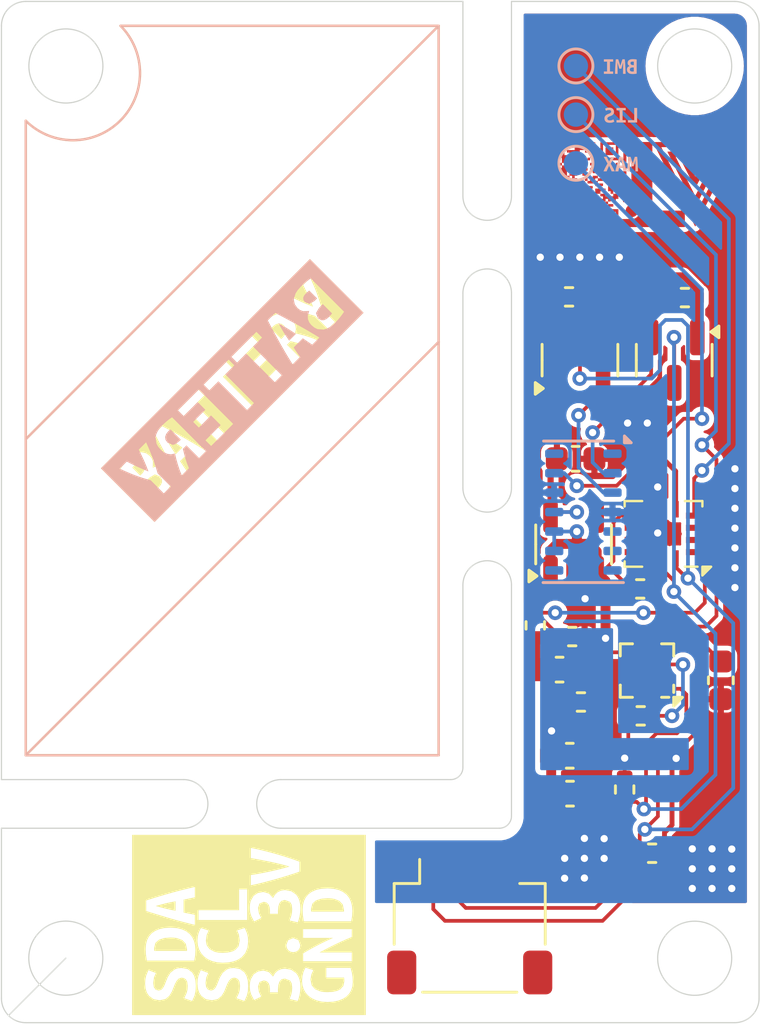
<source format=kicad_pcb>
(kicad_pcb (version 20240108) (generator "pcbnew") (generator_version "8.0")
  (title_block (title "sensor-unit-bmi-v1") (date "2025-05-04") (rev "1.0"))
  (layers (0 "F.Cu" signal) (31 "B.Cu" signal) (34 "B.Paste" user) (35 "F.Paste" user) (36 "B.SilkS" user "B.Silkscreen") (37 "F.SilkS" user "F.Silkscreen") (38 "B.Mask" user) (39 "F.Mask" user) (44 "Edge.Cuts" user))
  (net 0 "")
  (net 1 "GND")
  (net 2 "+3V3")
  (net 3 "Net-(U3-C1)")
  (net 4 "SCL")
  (net 7 "SDA")
  (net 8 "+1V8")
  (net 9 "SCL_1V8")
  (net 10 "SDA_1V8")
  (net 11 "Net-(U3-~{CS})")
  (net 12 "Net-(U3-DRDY)")
  (net 13 "Net-(U4-SDO)")
  (net 14 "Net-(U4-CSB)")
  (net 15 "Net-(U2-~{INT})")
  (net 16 "Net-(U4-INT1)")
  (footprint "LOGO" (layer "F.Cu") (at 188.915006 76.389894 180)
    (property "Reference" "G***" (hide yes))
    (property "Value" "LOGO" (hide yes))
  )
  (footprint "Panelization Pretty:mouse-bite-2mm-slot" (layer "F.Cu") (at 185.26 90.852057 90)
    (property "Reference" "mouse-bite-2mm-slot" (hide yes))
    (property "Value" "VAL**" (hide yes))
  )
  (footprint "Panelization Pretty:mouse-bite-2mm-slot" (layer "F.Cu") (at 185.26 78.852057 90)
    (property "Reference" "mouse-bite-2mm-slot" (hide yes))
    (property "Value" "VAL**" (hide yes))
  )
  (footprint "Capacitor_SMD:C_0603_1608Metric" (layer "F.Cu") (at 188.24 96.33)
    (property "Reference" "C1" (hide yes))
    (property "Value" "1uF 16V" (hide yes))
  )
  (footprint "Resistor_SMD:R_0402_1005Metric" (layer "F.Cu") (at 193.4 81.03 180)
    (property "Reference" "R2" (hide yes))
    (property "Value" "10K" (hide yes))
  )
  (footprint "LOGO" (layer "F.Cu") (at 193.32 76.42 180)
    (property "Reference" "G***" (hide yes))
    (property "Value" "LOGO" (hide yes))
  )
  (footprint "kibuzzard-680F686F" (layer "F.Cu") (at 175.45 106.83 90)
    (property "Reference" "kibuzzard-680F686F" (hide yes))
    (property "Value" "G***" (hide yes))
  )
  (footprint "Package_TO_SOT_SMD:SOT-23-5" (layer "F.Cu") (at 188.8175 91.18 90)
    (property "Reference" "U1" (hide yes))
    (property "Value" "LN1134A182MR-G" (hide yes))
  )
  (footprint "Resistor_SMD:R_0402_1005Metric" (layer "F.Cu") (at 192.05 103.88)
    (property "Reference" "R4" (hide yes))
    (property "Value" "10K" (hide yes))
  )
  (footprint "LOGO" (layer "F.Cu") (at 193.32 76.42 180)
    (property "Reference" "G***" (hide yes))
    (property "Value" "LOGO" (hide yes))
  )
  (footprint "Capacitor_SMD:C_0603_1608Metric" (layer "F.Cu") (at 188.66 99.87)
    (property "Reference" "C5" (hide yes))
    (property "Value" "100nF 16V" (hide yes))
  )
  (footprint "Resistor_SMD:R_0402_1005Metric" (layer "F.Cu") (at 189.12 97.66 180)
    (property "Reference" "R6" (hide yes))
    (property "Value" "10K" (hide yes))
  )
  (footprint "Package_TO_SOT_SMD:SOT-23" (layer "F.Cu") (at 192.96 83.6025 -90)
    (property "Reference" "Q1" (hide yes))
    (property "Value" "BSS138" (hide yes))
  )
  (footprint "Resistor_SMD:R_0402_1005Metric" (layer "F.Cu") (at 191.56 93.01)
    (property "Reference" "R9" (hide yes))
    (property "Value" "10K" (hide yes))
  )
  (footprint "Capacitor_SMD:C_0603_1608Metric" (layer "F.Cu") (at 194.88 96.77 -90)
    (property "Reference" "C3" (hide yes))
    (property "Value" "100nF 16V" (hide yes))
  )
  (footprint "Connector_JST:JST_SH_SM04B-SRSS-TB_1x04-1MP_P1.00mm_Horizontal" (layer "F.Cu") (at 184.54 106.91)
    (property "Reference" "J1" (hide yes))
    (property "Value" "JST SH1.0" (hide yes))
  )
  (footprint "Panelization Pretty:mouse-bite-2mm-slot" (layer "F.Cu") (at 174.76 101.852057)
    (property "Reference" "mouse-bite-2mm-slot" (hide yes))
    (property "Value" "VAL**" (hide yes))
  )
  (footprint "kibuzzard-68103EF6" (layer "F.Cu") (at 174.76 84.852787 45)
    (property "Reference" "kibuzzard-68103EF6" (hide yes))
    (property "Value" "G***" (hide yes))
  )
  (footprint "Capacitor_SMD:C_0603_1608Metric" (layer "F.Cu") (at 188.67 101.43)
    (property "Reference" "C4" (hide yes))
    (property "Value" "100nF 16V" (hide yes))
  )
  (footprint "Resistor_SMD:R_0402_1005Metric" (layer "F.Cu") (at 188.63 81)
    (property "Reference" "R1" (hide yes))
    (property "Value" "10K" (hide yes))
  )
  (footprint "Resistor_SMD:R_0402_1005Metric" (layer "F.Cu") (at 191.58 98.23)
    (property "Reference" "R3" (hide yes))
    (property "Value" "10K" (hide yes))
  )
  (footprint "Capacitor_SMD:C_0603_1608Metric" (layer "F.Cu") (at 188.9 87.66)
    (property "Reference" "C2" (hide yes))
    (property "Value" "2.2uF 16V" (hide yes))
  )
  (footprint "Package_TO_SOT_SMD:SOT-23" (layer "F.Cu") (at 189.08 83.6025 90)
    (property "Reference" "Q2" (hide yes))
    (property "Value" "BSS138" (hide yes))
  )
  (footprint "Package_LGA:Bosch_LGA-14_3x2.5mm_P0.5mm" (layer "F.Cu") (at 192.52 90.7475 180)
    (property "Reference" "U4" (hide yes))
    (property "Value" "BMI160" (hide yes))
  )
  (footprint "Package_LGA:LGA-12_2x2mm_P0.5mm" (layer "F.Cu") (at 191.84 96.3675 180)
    (property "Reference" "U3" (hide yes))
    (property "Value" "LIS2MDL" (hide yes))
  )
  (footprint "Resistor_SMD:R_0402_1005Metric" (layer "F.Cu") (at 187.24 94.51 90)
    (property "Reference" "R7" (hide yes))
    (property "Value" "0R" (hide yes))
  )
  (footprint "LOGO" (layer "F.Cu") (at 188.915006 76.389894 180)
    (property "Reference" "G***" (hide yes))
    (property "Value" "LOGO" (hide yes))
  )
  (footprint "Resistor_SMD:R_0402_1005Metric" (layer "F.Cu") (at 188.76 94.97)
    (property "Reference" "R8" (hide yes))
    (property "Value" "10K" (hide yes))
  )
  (footprint "Resistor_SMD:R_0402_1005Metric" (layer "F.Cu") (at 190.92 101.26 90)
    (property "Reference" "R5" (hide yes))
    (property "Value" "10K" (hide yes))
  )
  (footprint "kibuzzard-680F6A44" (layer "B.Cu") (at 190.76 75.54 180)
    (property "Reference" "kibuzzard-680F6A44" (hide yes))
    (property "Value" "G***" (hide yes))
  )
  (footprint "kibuzzard-68103EF6" (layer "B.Cu") (at 174.761029 84.852273 -135)
    (property "Reference" "kibuzzard-68103EF6" (hide yes))
    (property "Value" "G***" (hide yes))
  )
  (footprint "kibuzzard-680F6A2F" (layer "B.Cu") (at 190.76 73.53 180)
    (property "Reference" "kibuzzard-680F6A2F" (hide yes))
    (property "Value" "G***" (hide yes))
  )
  (footprint "kibuzzard-680F69F9" (layer "B.Cu") (at 190.74 71.53 180)
    (property "Reference" "kibuzzard-680F69F9" (hide yes))
    (property "Value" "G***" (hide yes))
  )
  (footprint "TestPoint:TestPoint_Pad_D1.0mm" (layer "B.Cu") (at 188.912784 71.505203 180)
    (property "Reference" "TP3" (hide yes))
    (property "Value" "BMI_INT" (hide yes))
  )
  (footprint "OptoDevice:Maxim_OLGA-14_3.3x5.6mm_P0.8mm" (layer "B.Cu") (at 189.22 89.85 180)
    (property "Reference" "U2" (hide yes))
    (property "Value" "MAX30102" (hide yes))
  )
  (footprint "TestPoint:TestPoint_Pad_D1.0mm" (layer "B.Cu") (at 188.912784 73.505203 180)
    (property "Reference" "TP2" (hide yes))
    (property "Value" "LIS_INT" (hide yes))
  )
  (footprint "TestPoint:TestPoint_Pad_D1.0mm" (layer "B.Cu") (at 188.912784 75.505203)
    (property "Reference" "TP1" (hide yes))
    (property "Value" "MAX_INT" (hide yes))
  )
  (gr_line (start 183.26 69.853517) (end 183.26 99.852057) (stroke (width 0.1)) (layer "B.SilkS"))
  (gr_line (start 166.26 99.852057) (end 183.262057 82.85) (stroke (width 0.1)) (layer "B.SilkS"))
  (gr_arc (start 170.163926 69.853517) (mid 170.163926 73.757443) (end 166.26 73.757443) (stroke (width 0.1)) (layer "B.SilkS"))
  (gr_line (start 170.163926 69.853517) (end 183.26 69.853517) (stroke (width 0.1)) (layer "B.SilkS"))
  (gr_line (start 166.26 99.852057) (end 166.26 73.757443) (stroke (width 0.1)) (layer "B.SilkS"))
  (gr_line (start 183.26 69.853517) (end 166.26 86.853517) (stroke (width 0.1)) (layer "B.SilkS"))
  (gr_line (start 166.26 99.852057) (end 183.26 99.852057) (stroke (width 0.1)) (layer "B.SilkS"))
  (gr_arc (start 170.163926 69.853517) (mid 170.163926 73.757443) (end 166.26 73.757443) (stroke (width 0.1)) (layer "F.SilkS"))
  (gr_line (start 166.26 99.852057) (end 183.26 99.852057) (stroke (width 0.1)) (layer "F.SilkS"))
  (gr_line (start 183.26 69.853517) (end 166.26 86.853517) (stroke (width 0.1)) (layer "F.SilkS"))
  (gr_line (start 183.26 69.853517) (end 183.26 99.852057) (stroke (width 0.1)) (layer "F.SilkS"))
  (gr_line (start 166.26 99.852057) (end 166.26 73.757443) (stroke (width 0.1)) (layer "F.SilkS"))
  (gr_line (start 166.26 99.852057) (end 183.26 82.852057) (stroke (width 0.1)) (layer "F.SilkS"))
  (gr_line (start 170.163926 69.853517) (end 183.26 69.853517) (stroke (width 0.1)) (layer "F.SilkS"))
  (gr_line (start 186.26 88.852057) (end 186.26 80.852057) (stroke (width 0.05)) (layer "Edge.Cuts"))
  (gr_circle (center 193.803083 71.505183) (end 193.803083 69.981183) (stroke (width 0.05)) (fill none) (layer "Edge.Cuts"))
  (gr_line (start 165.259638 109.848057) (end 165.259638 102.852057) (stroke (width 0.05)) (layer "Edge.Cuts"))
  (gr_circle (center 193.803094 108.198513) (end 195.327094 108.198513) (stroke (width 0.05)) (fill none) (layer "Edge.Cuts"))
  (gr_line (start 196.452638 109.848057) (end 196.452638 69.852057) (stroke (width 0.05)) (layer "Edge.Cuts"))
  (gr_line (start 184.26 100.352057) (end 184.26 92.852057) (stroke (width 0.05)) (layer "Edge.Cuts"))
  (gr_arc (start 184.26 100.352057) (mid 184.113569 100.705638) (end 183.76 100.852057) (stroke (width 0.05)) (layer "Edge.Cuts"))
  (gr_line (start 167.909183 108.194942) (end 165.548951 110.555174) (stroke (width 0.05)) (layer "Edge.Cuts"))
  (gr_arc (start 196.452638 109.848057) (mid 196.159803 110.555222) (end 195.452638 110.848057) (stroke (width 0.05)) (layer "Edge.Cuts"))
  (gr_arc (start 186.26 102.352057) (mid 186.113569 102.705638) (end 185.76 102.852057) (stroke (width 0.05)) (layer "Edge.Cuts"))
  (gr_line (start 166.259638 110.848057) (end 195.452638 110.848057) (stroke (width 0.05)) (layer "Edge.Cuts"))
  (gr_arc (start 166.259638 110.848057) (mid 165.552521 110.555174) (end 165.259638 109.848057) (stroke (width 0.05)) (layer "Edge.Cuts"))
  (gr_line (start 184.26 68.852057) (end 166.26 68.852057) (stroke (width 0.05)) (layer "Edge.Cuts"))
  (gr_arc (start 184.26 92.852057) (mid 185.26 91.852057) (end 186.26 92.852057) (stroke (width 0.05)) (layer "Edge.Cuts"))
  (gr_line (start 172.76 100.852057) (end 165.2596 100.852057) (stroke (width 0.05)) (layer "Edge.Cuts"))
  (gr_line (start 184.26 88.852057) (end 184.26 80.852057) (stroke (width 0.05)) (layer "Edge.Cuts"))
  (gr_line (start 165.26 69.852057) (end 165.26 100.852057) (stroke (width 0.05)) (layer "Edge.Cuts"))
  (gr_arc (start 186.26 88.852057) (mid 185.26 89.852057) (end 184.26 88.852057) (stroke (width 0.05)) (layer "Edge.Cuts"))
  (gr_arc (start 186.26 76.852057) (mid 185.26 77.852057) (end 184.26 76.852057) (stroke (width 0.05)) (layer "Edge.Cuts"))
  (gr_line (start 176.76 102.852057) (end 185.76 102.852057) (stroke (width 0.05)) (layer "Edge.Cuts"))
  (gr_line (start 165.259638 102.852057) (end 172.76 102.852057) (stroke (width 0.05)) (layer "Edge.Cuts"))
  (gr_line (start 186.26 102.352057) (end 186.26 92.852057) (stroke (width 0.05)) (layer "Edge.Cuts"))
  (gr_line (start 186.26 76.852057) (end 186.26 68.852057) (stroke (width 0.05)) (layer "Edge.Cuts"))
  (gr_arc (start 184.26 80.852057) (mid 185.26 79.852057) (end 186.26 80.852057) (stroke (width 0.05)) (layer "Edge.Cuts"))
  (gr_circle (center 167.912725 71.505182) (end 167.912725 73.029182) (stroke (width 0.05)) (fill none) (layer "Edge.Cuts"))
  (gr_line (start 186.26 68.852057) (end 195.452638 68.852057) (stroke (width 0.05)) (layer "Edge.Cuts"))
  (gr_arc (start 176.76 102.852057) (mid 175.76 101.852057) (end 176.76 100.852057) (stroke (width 0.05)) (layer "Edge.Cuts"))
  (gr_arc (start 172.76 100.852057) (mid 173.76 101.852057) (end 172.76 102.852057) (stroke (width 0.05)) (layer "Edge.Cuts"))
  (gr_circle (center 167.909183 108.194942) (end 167.909183 109.718942) (stroke (width 0.05)) (fill none) (layer "Edge.Cuts"))
  (gr_arc (start 195.452638 68.852057) (mid 196.159735 69.14496) (end 196.452638 69.852057) (stroke (width 0.05)) (layer "Edge.Cuts"))
  (gr_line (start 176.76 100.852057) (end 183.76 100.852057) (stroke (width 0.05)) (layer "Edge.Cuts"))
  (gr_arc (start 165.26 69.852057) (mid 165.552908 69.144978) (end 166.26 68.852057) (stroke (width 0.05)) (layer "Edge.Cuts"))
  (gr_line (start 184.26 76.852057) (end 184.26 68.852057) (stroke (width 0.05)) (layer "Edge.Cuts"))
  (segment (start 188.45 104.9072) (end 188.4472 104.91) (width 0.254) (layer "F.Cu") (net 1))
  (segment (start 192.52 89.735) (end 192.02 89.735) (width 0.1524) (layer "F.Cu") (net 1))
  (segment (start 191.4625 96.1175) (end 191.59 95.99) (width 0.1524) (layer "F.Cu") (net 1))
  (segment (start 191.0775 96.1175) (end 191.4625 96.1175) (width 0.1524) (layer "F.Cu") (net 1))
  (segment (start 188.45 104.09) (end 188.45 104.9072) (width 0.254) (layer "F.Cu") (net 1))
  (segment (start 188.8175 92.3175) (end 188.8175 92.9413) (width 0.4064) (layer "F.Cu") (net 1))
  (segment (start 188.8175 92.9413) (end 189.29 93.4138) (width 0.4064) (layer "F.Cu") (net 1))
  (segment (start 191.59 95.99) (end 191.59 95.605) (width 0.1524) (layer "F.Cu") (net 1))
  (segment (start 186.04 104.91) (end 188.4472 104.91) (width 0.254) (layer "F.Cu") (net 1))
  (via (at 193.7044 103.7) (size 0.6) (drill 0.3) (layers "F.Cu" "B.Cu") (net 1))
  (via (at 192.28 88.82) (size 0.6) (drill 0.3) (layers "F.Cu" "B.Cu") (net 1))
  (via (at 195.46 92.1428) (size 0.6) (drill 0.3) (layers "F.Cu" "B.Cu") (net 1))
  (via (at 195.33 104.5228) (size 0.6) (drill 0.3) (layers "F.Cu" "B.Cu") (net 1))
  (via (at 193.7044 105.33) (size 0.6) (drill 0.3) (layers "F.Cu" "B.Cu") (net 1))
  (via (at 190.0756 103.28) (size 0.6) (drill 0.3) (layers "F.Cu" "B.Cu") (net 1))
  (via (at 188.45 104.09) (size 0.6) (drill 0.3) (layers "F.Cu" "B.Cu") (net 1))
  (via (at 189.2628 104.09) (size 0.6) (drill 0.3) (layers "F.Cu" "B.Cu") (net 1))
  (via (at 195.46 88.8828) (size 0.6) (drill 0.3) (layers "F.Cu" "B.Cu") (net 1))
  (via (at 195.46 89.6956) (size 0.6) (drill 0.3) (layers "F.Cu" "B.Cu") (net 1))
  (via (at 194.5172 103.7) (size 0.6) (drill 0.3) (layers "F.Cu" "B.Cu") (net 1))
  (via (at 190.7 79.37) (size 0.6) (drill 0.3) (layers "F.Cu" "B.Cu") (net 1))
  (via (at 195.33 103.71) (size 0.6) (drill 0.3) (layers "F.Cu" "B.Cu") (net 1))
  (via (at 195.46 92.9556) (size 0.6) (drill 0.3) (layers "F.Cu" "B.Cu") (net 1))
  (via (at 189.8872 79.37) (size 0.6) (drill 0.3) (layers "F.Cu" "B.Cu") (net 1))
  (via (at 187.4444 79.37) (size 0.6) (drill 0.3) (layers "F.Cu" "B.Cu") (net 1))
  (via (at 189.2628 104.9) (size 0.6) (drill 0.3) (layers "F.Cu" "B.Cu") (net 1))
  (via (at 189.29 93.4138) (size 0.6) (drill 0.3) (layers "F.Cu" "B.Cu") (net 1))
  (via (at 193.7044 104.52) (size 0.6) (drill 0.3) (layers "F.Cu" "B.Cu") (net 1))
  (via (at 195.46 90.5128) (size 0.6) (drill 0.3) (layers "F.Cu" "B.Cu") (net 1))
  (via (at 189.0744 79.37) (size 0.6) (drill 0.3) (layers "F.Cu" "B.Cu") (net 1))
  (via (at 188.4472 104.91) (size 0.6) (drill 0.3) (layers "F.Cu" "B.Cu") (net 1))
  (via (at 191.8528 86.19) (size 0.6) (drill 0.3) (layers "F.Cu" "B.Cu") (net 1))
  (via (at 194.5172 105.33) (size 0.6) (drill 0.3) (layers "F.Cu" "B.Cu") (net 1))
  (via (at 195.46 91.3256) (size 0.6) (drill 0.3) (layers "F.Cu" "B.Cu") (net 1))
  (via (at 195.33 105.33) (size 0.6) (drill 0.3) (layers "F.Cu" "B.Cu") (net 1))
  (via (at 195.46 88.07) (size 0.6) (drill 0.3) (layers "F.Cu" "B.Cu") (net 1))
  (via (at 191.04 86.19) (size 0.6) (drill 0.3) (layers "F.Cu" "B.Cu") (net 1))
  (via (at 190.0756 104.0928) (size 0.6) (drill 0.3) (layers "F.Cu" "B.Cu") (net 1))
  (via (at 188.2572 79.37) (size 0.6) (drill 0.3) (layers "F.Cu" "B.Cu") (net 1))
  (via (at 192.28 90.71) (size 0.6) (drill 0.3) (layers "F.Cu" "B.Cu") (net 1))
  (via (at 194.5172 104.52) (size 0.6) (drill 0.3) (layers "F.Cu" "B.Cu") (net 1))
  (via (at 189.2628 103.27) (size 0.6) (drill 0.3) (layers "F.Cu" "B.Cu") (net 1))
  (segment (start 187.8675 91.4225) (end 187.8675 92.3175) (width 0.4064) (layer "F.Cu") (net 2))
  (segment (start 191.0775 97.1175) (end 191.0775 96.6175) (width 0.1524) (layer "F.Cu") (net 2))
  (segment (start 190.92 100.75) (end 190.92 99.97) (width 0.1524) (layer "F.Cu") (net 2))
  (segment (start 190.46 90.2801) (end 190.46 91.86) (width 0.1524) (layer "F.Cu") (net 2))
  (segment (start 190.132418 95.0413) (end 190.132418 92.682418) (width 0.4064) (layer "F.Cu") (net 2))
  (segment (start 190.92 99.97) (end 191.07 99.82) (width 0.1524) (layer "F.Cu") (net 2))
  (segment (start 192.465 87.615) (end 191.2575 88.8225) (width 0.2) (layer "F.Cu") (net 2))
  (segment (start 190.132418 92.682418) (end 189.7675 92.3175) (width 0.4064) (layer "F.Cu") (net 2))
  (segment (start 191.0775 97.1175) (end 191.0775 98.2225) (width 0.1524) (layer "F.Cu") (net 2))
  (segment (start 190.0025 92.3175) (end 189.7675 92.3175) (width 0.1524) (layer "F.Cu") (net 2))
  (segment (start 187.24 95.02) (end 187.24 96.105) (width 0.4064) (layer "F.Cu") (net 2))
  (segment (start 191.0775 98.2225) (end 191.07 98.23) (width 0.1524) (layer "F.Cu") (net 2))
  (segment (start 188.95 91.02) (end 188.95 90.650003) (width 0.4064) (layer "F.Cu") (net 2))
  (segment (start 192.56 103.03) (end 192.87 102.72) (width 0.2) (layer "F.Cu") (net 2))
  (segment (start 187.91 96.775) (end 187.91 98.85) (width 0.4064) (layer "F.Cu") (net 2))
  (segment (start 191.05 93.01) (end 191.05 92.89) (width 0.1524) (layer "F.Cu") (net 2))
  (segment (start 187.895 101.43) (end 187.895 99.88) (width 0.4064) (layer "F.Cu") (net 2))
  (segment (start 191.07 99.82) (end 191.07 98.23) (width 0.1524) (layer "F.Cu") (net 2))
  (segment (start 193.02 89.735) (end 193.02 88.17) (width 0.2) (layer "F.Cu") (net 2))
  (segment (start 191.2575 89.9975) (end 190.7426 89.9975) (width 0.1524) (layer "F.Cu") (net 2))
  (segment (start 185.04 103.95) (end 185.04 104.91) (width 0.4064) (layer "F.Cu") (net 2))
  (segment (start 187.885 99.87) (end 187.885 98.875) (width 0.4064) (layer "F.Cu") (net 2))
  (segment (start 189.46 91.16) (end 189.09 91.16) (width 0.4064) (layer "F.Cu") (net 2))
  (segment (start 187.905 103.385) (end 187.5582 103.7318) (width 0.4064) (layer "F.Cu") (net 2))
  (segment (start 190.46 91.86) (end 190.0025 92.3175) (width 0.1524) (layer "F.Cu") (net 2))
  (segment (start 185.2582 103.7318) (end 185.04 103.95) (width 0.4064) (layer "F.Cu") (net 2))
  (segment (start 189.7675 92.3175) (end 189.7675 91.4675) (width 0.4064) (layer "F.Cu") (net 2))
  (segment (start 192.87 102.72) (end 192.87 100.15) (width 0.2) (layer "F.Cu") (net 2))
  (segment (start 191.05 92.89) (end 190.4775 92.3175) (width 0.1524) (layer "F.Cu") (net 2))
  (segment (start 187.895 103.375) (end 187.895 101.43) (width 0.4064) (layer "F.Cu") (net 2))
  (segment (start 190.7426 89.9975) (end 190.46 90.2801) (width 0.1524) (layer "F.Cu") (net 2))
  (segment (start 189.09 91.16) (end 188.95 91.02) (width 0.4064) (layer "F.Cu") (net 2))
  (segment (start 193.02 88.17) (end 192.465 87.615) (width 0.2) (layer "F.Cu") (net 2))
  (segment (start 188.13 91.16) (end 187.8675 91.4225) (width 0.4064) (layer "F.Cu") (net 2))
  (segment (start 192.87 100.15) (end 193.04 99.98) (width 0.2) (layer "F.Cu") (net 2))
  (segment (start 187.24 96.105) (end 187.91 96.775) (width 0.4064) (layer "F.Cu") (net 2))
  (segment (start 187.5582 103.7318) (end 185.2582 103.7318) (width 0.4064) (layer "F.Cu") (net 2))
  (segment (start 191.2575 88.8225) (end 191.2575 89.9975) (width 0.2) (layer "F.Cu") (net 2))
  (segment (start 187.905 103.385) (end 187.895 103.375) (width 0.4064) (layer "F.Cu") (net 2))
  (segment (start 189.7675 91.4675) (end 189.46 91.16) (width 0.4064) (layer "F.Cu") (net 2))
  (segment (start 187.895 99.88) (end 187.885 99.87) (width 0.4064) (layer "F.Cu") (net 2))
  (segment (start 192.56 103.88) (end 192.56 103.03) (width 0.2) (layer "F.Cu") (net 2))
  (segment (start 187.885 98.875) (end 187.91 98.85) (width 0.4064) (layer "F.Cu") (net 2))
  (segment (start 190.4775 92.3175) (end 189.7675 92.3175) (width 0.1524) (layer "F.Cu") (net 2))
  (segment (start 189.46 91.16) (end 188.13 91.16) (width 0.4064) (layer "F.Cu") (net 2))
  (segment (start 187.905 101.42) (end 187.895 101.43) (width 0.4064) (layer "F.Cu") (net 2))
  (via (at 188.95 90.650003) (size 0.6) (drill 0.3) (layers "F.Cu" "B.Cu") (net 2))
  (via (at 193.04 99.98) (size 0.6) (drill 0.3) (layers "F.Cu" "B.Cu") (net 2))
  (via (at 190.132418 95.0413) (size 0.6) (drill 0.3) (layers "F.Cu" "B.Cu") (net 2))
  (via (at 187.91 98.85) (size 0.6) (drill 0.3) (layers "F.Cu" "B.Cu") (net 2))
  (via (at 190.92 99.97) (size 0.6) (drill 0.3) (layers "F.Cu" "B.Cu") (net 2))
  (segment (start 190.92 99.97) (end 193.03 99.97) (width 0.1524) (layer "B.Cu") (net 2))
  (segment (start 188.02 91.45) (end 188.02 90.65) (width 0.1524) (layer "B.Cu") (net 2))
  (segment (start 193.03 99.97) (end 193.04 99.98) (width 0.1524) (layer "B.Cu") (net 2))
  (segment (start 188.949997 90.65) (end 188.95 90.650003) (width 0.1524) (layer "B.Cu") (net 2))
  (segment (start 188.02 90.65) (end 188.949997 90.65) (width 0.1524) (layer "B.Cu") (net 2))
  (segment (start 194.88 95.995) (end 194.0513 95.1663) (width 0.1524) (layer "F.Cu") (net 3))
  (segment (start 192.09 95.2151) (end 192.09 95.605) (width 0.1524) (layer "F.Cu") (net 3))
  (segment (start 192.1388 95.1663) (end 192.09 95.2151) (width 0.1524) (layer "F.Cu") (net 3))
  (segment (start 194.0513 95.1663) (end 192.1388 95.1663) (width 0.1524) (layer "F.Cu") (net 3))
  (segment (start 191.8 99.38) (end 192.2324 98.9476) (width 0.1524) (layer "F.Cu") (net 4))
  (segment (start 193.46 98.56) (end 193.46 97.35) (width 0.1524) (layer "F.Cu") (net 4))
  (segment (start 192.96 82.67) (end 192.95 82.66) (width 0.1524) (layer "F.Cu") (net 4))
  (segment (start 192.947509 92.677409) (end 192.52 92.2499) (width 0.1524) (layer "F.Cu") (net 4))
  (segment (start 193.46 97.35) (end 193.2275 97.1175) (width 0.1524) (layer "F.Cu") (net 4))
  (segment (start 191.712169 102.06349) (end 191.418679 101.77) (width 0.1524) (layer "F.Cu") (net 4))
  (segment (start 191.8 101.975659) (end 191.8 99.38) (width 0.1524) (layer "F.Cu") (net 4))
  (segment (start 190.92 104.93) (end 189.72 106.13) (width 0.1524) (layer "F.Cu") (net 4))
  (segment (start 189.72 106.13) (end 184.38 106.13) (width 0.1524) (layer "F.Cu") (net 4))
  (segment (start 192.947509 93.122377) (end 192.947509 92.677409) (width 0.1524) (layer "F.Cu") (net 4))
  (segment (start 193.2275 97.1175) (end 192.6025 97.1175) (width 0.1524) (layer "F.Cu") (net 4))
  (segment (start 190.92 101.77) (end 190.92 104.93) (width 0.1524) (layer "F.Cu") (net 4))
  (segment (start 192.96 84.54) (end 192.96 82.67) (width 0.1524) (layer "F.Cu") (net 4))
  (segment (start 184.04 105.79) (end 184.04 104.91) (width 0.1524) (layer "F.Cu") (net 4))
  (segment (start 192.52 92.2499) (end 192.52 91.76) (width 0.1524) (layer "F.Cu") (net 4))
  (segment (start 192.2324 98.9476) (end 193.0724 98.9476) (width 0.1524) (layer "F.Cu") (net 4))
  (segment (start 191.712169 102.06349) (end 191.8 101.975659) (width 0.1524) (layer "F.Cu") (net 4))
  (segment (start 184.38 106.13) (end 184.04 105.79) (width 0.1524) (layer "F.Cu") (net 4))
  (segment (start 191.418679 101.77) (end 190.92 101.77) (width 0.1524) (layer "F.Cu") (net 4))
  (segment (start 193.0724 98.9476) (end 193.46 98.56) (width 0.1524) (layer "F.Cu") (net 4))
  (via (at 192.95 82.66) (size 0.6) (drill 0.3) (layers "F.Cu" "B.Cu") (net 4))
  (via (at 191.712169 102.06349) (size 0.6) (drill 0.3) (layers "F.Cu" "B.Cu") (net 4))
  (via (at 192.947509 93.122377) (size 0.6) (drill 0.3) (layers "F.Cu" "B.Cu") (net 4))
  (segment (start 192.791749 82.818251) (end 192.95 82.976501) (width 0.1524) (layer "B.Cu") (net 4))
  (segment (start 194.66 100.651632) (end 193.248142 102.06349) (width 0.1524) (layer "B.Cu") (net 4))
  (segment (start 192.95 82.976501) (end 192.95 93.14) (width 0.1524) (layer "B.Cu") (net 4))
  (segment (start 194.66 94.85) (end 194.66 100.651632) (width 0.1524) (layer "B.Cu") (net 4))
  (segment (start 192.95 93.14) (end 194.66 94.85) (width 0.1524) (layer "B.Cu") (net 4))
  (segment (start 193.248142 102.06349) (end 191.712169 102.06349) (width 0.1524) (layer "B.Cu") (net 4))
  (segment (start 192.95 82.66) (end 192.791749 82.818251) (width 0.1524) (layer "B.Cu") (net 4))
  (segment (start 193.38 99.39) (end 193.8962 98.8738) (width 0.1524) (layer "F.Cu") (net 7))
  (segment (start 192.55 99.39) (end 193.38 99.39) (width 0.1524) (layer "F.Cu") (net 7))
  (segment (start 193.8962 98.8738) (end 193.8962 95.8262) (width 0.1524) (layer "F.Cu") (net 7))
  (segment (start 189.08 84.35) (end 189.07 84.36) (width 0.1524) (layer "F.Cu") (net 7))
  (segment (start 192.6762 95.5438) (end 192.6025 95.6175) (width 0.1524) (layer "F.Cu") (net 7))
  (segment (start 193.5262 92.57) (end 193.48 92.57) (width 0.1524) (layer "F.Cu") (net 7))
  (segment (start 183.04 106.18) (end 183.52 106.66) (width 0.1524) (layer "F.Cu") (net 7))
  (segment (start 189.08 82.665) (end 189.08 84.35) (width 0.1524) (layer "F.Cu") (net 7))
  (segment (start 191.54 105.13) (end 191.54 103.88) (width 0.1524) (layer "F.Cu") (net 7))
  (segment (start 183.04 104.91) (end 183.04 106.18) (width 0.1524) (layer "F.Cu") (net 7))
  (segment (start 191.54 103.88) (end 191.54 103.11) (width 0.1524) (layer "F.Cu") (net 7))
  (segment (start 192.288369 102.361631) (end 192.288369 99.651631) (width 0.1524) (layer "F.Cu") (net 7))
  (segment (start 193.02 92.11) (end 193.02 91.76) (width 0.1524) (layer "F.Cu") (net 7))
  (segment (start 193.6138 95.5438) (end 192.6762 95.5438) (width 0.1524) (layer "F.Cu") (net 7))
  (segment (start 190.01 106.66) (end 191.54 105.13) (width 0.1524) (layer "F.Cu") (net 7))
  (segment (start 191.54 103.11) (end 191.75 102.9) (width 0.1524) (layer "F.Cu") (net 7))
  (segment (start 193.8962 95.8262) (end 193.6138 95.5438) (width 0.1524) (layer "F.Cu") (net 7))
  (segment (start 191.75 102.9) (end 192.288369 102.361631) (width 0.1524) (layer "F.Cu") (net 7))
  (segment (start 193.48 92.57) (end 193.02 92.11) (width 0.1524) (layer "F.Cu") (net 7))
  (segment (start 183.52 106.66) (end 190.01 106.66) (width 0.1524) (layer "F.Cu") (net 7))
  (segment (start 192.288369 99.651631) (end 192.55 99.39) (width 0.1524) (layer "F.Cu") (net 7))
  (via (at 193.5262 92.57) (size 0.6) (drill 0.3) (layers "F.Cu" "B.Cu") (net 7))
  (via (at 189.07 84.36) (size 0.6) (drill 0.3) (layers "F.Cu" "B.Cu") (net 7))
  (via (at 191.75 102.9) (size 0.6) (drill 0.3) (layers "F.Cu" "B.Cu") (net 7))
  (segment (start 192.3738 82.1762) (end 192.3738 84.0162) (width 0.1524) (layer "B.Cu") (net 7))
  (segment (start 193.54 92.57) (end 195.39 94.42) (width 0.1524) (layer "B.Cu") (net 7))
  (segment (start 193.5262 92.57) (end 193.54 92.57) (width 0.1524) (layer "B.Cu") (net 7))
  (segment (start 193.5262 82.1962) (end 193.28 81.95) (width 0.1524) (layer "B.Cu") (net 7))
  (segment (start 193.5262 92.57) (end 193.5262 82.1962) (width 0.1524) (layer "B.Cu") (net 7))
  (segment (start 192.6 81.95) (end 192.3738 82.1762) (width 0.1524) (layer "B.Cu") (net 7))
  (segment (start 192.3738 84.0162) (end 192.03 84.36) (width 0.1524) (layer "B.Cu") (net 7))
  (segment (start 195.39 101.2) (end 193.69 102.9) (width 0.1524) (layer "B.Cu") (net 7))
  (segment (start 193.28 81.95) (end 192.6 81.95) (width 0.1524) (layer "B.Cu") (net 7))
  (segment (start 192.03 84.36) (end 189.07 84.36) (width 0.1524) (layer "B.Cu") (net 7))
  (segment (start 193.69 102.9) (end 191.75 102.9) (width 0.1524) (layer "B.Cu") (net 7))
  (segment (start 195.39 94.42) (end 195.39 101.2) (width 0.1524) (layer "B.Cu") (net 7))
  (segment (start 188.13 87.625) (end 187.87 87.885) (width 0.254) (layer "F.Cu") (net 8))
  (segment (start 193.91 80.71) (end 193.32 80.12) (width 0.254) (layer "F.Cu") (net 8))
  (segment (start 193.91 82.665) (end 193.91 81.03) (width 0.254) (layer "F.Cu") (net 8))
  (segment (start 188.13 84.54) (end 188.13 81.01) (width 0.254) (layer "F.Cu") (net 8))
  (segment (start 188.06 89.85) (end 187.8675 90.0425) (width 0.1524) (layer "F.Cu") (net 8))
  (segment (start 193.32 80.12) (end 188.66 80.12) (width 0.254) (layer "F.Cu") (net 8))
  (segment (start 188.66 80.12) (end 188.12 80.66) (width 0.254) (layer "F.Cu") (net 8))
  (segment (start 187.87 87.885) (end 187.87 90.04) (width 0.254) (layer "F.Cu") (net 8))
  (segment (start 193.91 81.03) (end 193.91 80.71) (width 0.254) (layer "F.Cu") (net 8))
  (segment (start 188.13 81.01) (end 188.12 81) (width 0.254) (layer "F.Cu") (net 8))
  (segment (start 187.87 90.04) (end 187.8675 90.0425) (width 0.254) (layer "F.Cu") (net 8))
  (segment (start 188.12 80.66) (end 188.12 81) (width 0.254) (layer "F.Cu") (net 8))
  (segment (start 188.95 89.85) (end 188.06 89.85) (width 0.1524) (layer "F.Cu") (net 8))
  (segment (start 188.13 84.54) (end 188.13 87.625) (width 0.254) (layer "F.Cu") (net 8))
  (via (at 188.95 89.85) (size 0.6) (drill 0.3) (layers "F.Cu" "B.Cu") (net 8))
  (segment (start 188.02 89.85) (end 188.95 89.85) (width 0.1524) (layer "B.Cu") (net 8))
  (segment (start 192.01 84.18) (end 192.01 82.665) (width 0.1524) (layer "F.Cu") (net 9))
  (segment (start 192.18 81.03) (end 192.89 81.03) (width 0.1524) (layer "F.Cu") (net 9))
  (segment (start 189.61 86.58) (end 192.01 84.18) (width 0.1524) (layer "F.Cu") (net 9))
  (segment (start 192.01 81.2) (end 192.18 81.03) (width 0.1524) (layer "F.Cu") (net 9))
  (segment (start 189.6 86.58) (end 189.61 86.58) (width 0.1524) (layer "F.Cu") (net 9))
  (segment (start 192.01 82.665) (end 192.01 81.2) (width 0.1524) (layer "F.Cu") (net 9))
  (via (at 189.6 86.58) (size 0.6) (drill 0.3) (layers "F.Cu" "B.Cu") (net 9))
  (segment (start 189.6 87.804999) (end 189.6 86.58) (width 0.1524) (layer "B.Cu") (net 9))
  (segment (start 190.42 88.25) (end 190.045001 88.25) (width 0.1524) (layer "B.Cu") (net 9))
  (segment (start 190.045001 88.25) (end 189.6 87.804999) (width 0.1524) (layer "B.Cu") (net 9))
  (segment (start 189.02 85.87) (end 190.03 84.86) (width 0.1524) (layer "F.Cu") (net 10))
  (segment (start 190.03 81.2) (end 190.03 84.54) (width 0.1524) (layer "F.Cu") (net 10))
  (segment (start 189.83 81) (end 190.03 81.2) (width 0.1524) (layer "F.Cu") (net 10))
  (segment (start 189.14 81) (end 189.83 81) (width 0.1524) (layer "F.Cu") (net 10))
  (segment (start 190.03 84.86) (end 190.03 84.54) (width 0.1524) (layer "F.Cu") (net 10))
  (via (at 189.02 85.87) (size 0.6) (drill 0.3) (layers "F.Cu" "B.Cu") (net 10))
  (segment (start 189.02 88.024999) (end 189.02 85.87) (width 0.1524) (layer "B.Cu") (net 10))
  (segment (start 190.045001 89.05) (end 189.02 88.024999) (width 0.1524) (layer "B.Cu") (net 10))
  (segment (start 190.42 89.05) (end 190.045001 89.05) (width 0.1524) (layer "B.Cu") (net 10))
  (segment (start 192.09 98.23) (end 192.87 98.23) (width 0.1524) (layer "F.Cu") (net 11))
  (segment (start 192.6025 96.1175) (end 193.3175 96.1175) (width 0.1524) (layer "F.Cu") (net 11))
  (segment (start 193.3175 96.1175) (end 193.32 96.12) (width 0.1524) (layer "F.Cu") (net 11))
  (via (at 193.32 96.12) (size 0.6) (drill 0.3) (layers "F.Cu" "B.Cu") (net 11))
  (via (at 192.87 98.23) (size 0.6) (drill 0.3) (layers "F.Cu" "B.Cu") (net 11))
  (segment (start 193.32 96.12) (end 193.32 97.78) (width 0.1524) (layer "B.Cu") (net 11))
  (segment (start 193.32 97.78) (end 192.87 98.23) (width 0.1524) (layer "B.Cu") (net 11))
  (segment (start 189.9725 95.6175) (end 191.0775 95.6175) (width 0.1524) (layer "F.Cu") (net 12))
  (segment (start 189.84 95.75) (end 189.9725 95.6175) (width 0.1524) (layer "F.Cu") (net 12))
  (segment (start 191.93487 94.56) (end 194.26 94.56) (width 0.1524) (layer "F.Cu") (net 12))
  (segment (start 194.26 94.56) (end 194.7 94.12) (width 0.1524) (layer "F.Cu") (net 12))
  (segment (start 189.63 97.66) (end 189.84 97.45) (width 0.1524) (layer "F.Cu") (net 12))
  (segment (start 191.0775 94.9025) (end 191.4138 94.5662) (width 0.1524) (layer "F.Cu") (net 12))
  (segment (start 191.0775 95.6175) (end 191.0775 94.9025) (width 0.1524) (layer "F.Cu") (net 12))
  (segment (start 191.4138 94.5662) (end 191.92867 94.5662) (width 0.1524) (layer "F.Cu") (net 12))
  (segment (start 194.7 94.12) (end 194.7 87.6876) (width 0.1524) (layer "F.Cu") (net 12))
  (segment (start 189.84 97.45) (end 189.84 95.75) (width 0.1524) (layer "F.Cu") (net 12))
  (segment (start 191.92867 94.5662) (end 191.93487 94.56) (width 0.1524) (layer "F.Cu") (net 12))
  (segment (start 194.7 87.6876) (end 194.1024 87.09) (width 0.1524) (layer "F.Cu") (net 12))
  (via (at 194.1024 87.09) (size 0.6) (drill 0.3) (layers "F.Cu" "B.Cu") (net 12))
  (segment (start 194.1024 87.09) (end 194.6786 86.5138) (width 0.1524) (layer "B.Cu") (net 12))
  (segment (start 194.6786 86.5138) (end 194.6786 79.271019) (width 0.1524) (layer "B.Cu") (net 12))
  (segment (start 194.6786 79.271019) (end 188.912784 73.505203) (width 0.1524) (layer "B.Cu") (net 12))
  (segment (start 187.24 94) (end 187.28 94) (width 0.1524) (layer "F.Cu") (net 13))
  (segment (start 194.22 91.935) (end 193.7825 91.4975) (width 0.1524) (layer "F.Cu") (net 13))
  (segment (start 187.28 94) (end 188.25 94.97) (width 0.1524) (layer "F.Cu") (net 13))
  (segment (start 191.69 93.99) (end 193.81 93.99) (width 0.1524) (layer "F.Cu") (net 13))
  (segment (start 193.81 93.99) (end 194.22 93.58) (width 0.1524) (layer "F.Cu") (net 13))
  (segment (start 188.06 93.99) (end 187.25 93.99) (width 0.1524) (layer "F.Cu") (net 13))
  (segment (start 194.22 93.58) (end 194.22 91.935) (width 0.1524) (layer "F.Cu") (net 13))
  (segment (start 187.25 93.99) (end 187.24 94) (width 0.1524) (layer "F.Cu") (net 13))
  (via (at 188.06 93.99) (size 0.6) (drill 0.3) (layers "F.Cu" "B.Cu") (net 13))
  (via (at 191.69 93.99) (size 0.6) (drill 0.3) (layers "F.Cu" "B.Cu") (net 13))
  (segment (start 191.69 93.99) (end 188.06 93.99) (width 0.1524) (layer "B.Cu") (net 13))
  (segment (start 192.02 92.96) (end 192.07 93.01) (width 0.1524) (layer "F.Cu") (net 14))
  (segment (start 192.02 91.76) (end 192.02 92.96) (width 0.1524) (layer "F.Cu") (net 14))
  (segment (start 190.588433 88.769935) (end 193.348368 86.01) (width 0.1524) (layer "F.Cu") (net 15))
  (segment (start 188.950065 88.769935) (end 190.588433 88.769935) (width 0.1524) (layer "F.Cu") (net 15))
  (segment (start 193.348368 86.01) (end 194.1024 86.01) (width 0.1524) (layer "F.Cu") (net 15))
  (via (at 194.1024 86.01) (size 0.6) (drill 0.3) (layers "F.Cu" "B.Cu") (net 15))
  (via (at 188.950065 88.769935) (size 0.6) (drill 0.3) (layers "F.Cu" "B.Cu") (net 15))
  (segment (start 194.1024 86.01) (end 194.1024 80.694819) (width 0.1524) (layer "B.Cu") (net 15))
  (segment (start 194.1024 80.694819) (end 188.912784 75.505203) (width 0.1524) (layer "B.Cu") (net 15))
  (segment (start 194.1024 86.01) (end 194.1 86.0076) (width 0.1524) (layer "B.Cu") (net 15))
  (segment (start 188.950065 88.769935) (end 188.43013 88.25) (width 0.1524) (layer "B.Cu") (net 15))
  (segment (start 188.43013 88.25) (end 188.02 88.25) (width 0.1524) (layer "B.Cu") (net 15))
  (segment (start 193.7825 88.4599) (end 193.7825 89.9975) (width 0.1524) (layer "F.Cu") (net 16))
  (segment (start 194.1024 88.14) (end 193.7825 88.4599) (width 0.1524) (layer "F.Cu") (net 16))
  (via (at 194.1024 88.14) (size 0.6) (drill 0.3) (layers "F.Cu" "B.Cu") (net 16))
  (segment (start 194.1024 88.14) (end 195.21 87.0324) (width 0.1524) (layer "B.Cu") (net 16))
  (segment (start 195.21 77.802419) (end 188.912784 71.505203) (width 0.1524) (layer "B.Cu") (net 16))
  (segment (start 195.21 87.0324) (end 195.21 77.802419) (width 0.1524) (layer "B.Cu") (net 16))
  (zone (net 1) (net_name "GND") (layers "F&B.Cu") (name "GND") (connect_pads (clearance 0.1)) (min_thickness 0.1) (fill yes (thermal_gap 0.1) (thermal_bridge_width 0.254))
    (polygon (pts (xy 186.26 102.84) (xy 186.26 68.85) (xy 186.27 68.84) (xy 196.46 68.84) (xy 196.46 105.92) (xy 196.45 105.93) (xy 186.88 105.93) (xy 180.64 105.93) (xy 180.64 102.84)))
  )
  (zone (net 2) (net_name "+3V3") (layer "B.Cu") (priority 2) (connect_pads yes (clearance 0.1)) (min_thickness 0.1) (fill yes (thermal_gap 0.127) (thermal_bridge_width 0.254))
    (polygon (pts (xy 190.443 94.6228) (xy 190.443 99.144) (xy 193.56 99.144) (xy 193.56 100.461) (xy 192.6932 100.461) (xy 192.6932 100.4648) (xy 187.44 100.4648) (xy 187.44 94.6228)))
  )
)
</source>
